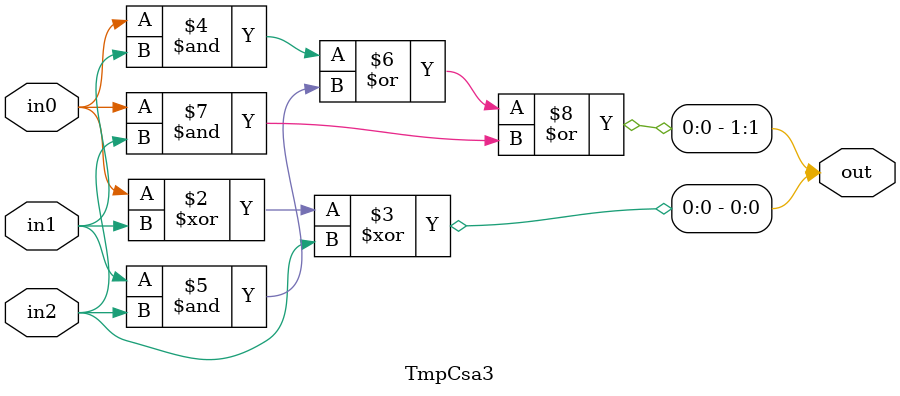
<source format=v>

module t_math_wallace_mul ( /*AUTOARG*/
   // Outputs
   product_d3,
   // Inputs
   clk, enable, negate, datA, datB
   );

   input clk;
   input enable;
   input negate;

   input [31:0] datA;
   input [31:0] datB;

   output reg [64:0] product_d3;

   wire [129:0] l1ppin00;
   wire [129:0] l1ppin01;
   wire [129:0] l1ppin02;
   wire [129:0] l1ppin03;
   wire [129:0] l1ppin04;
   wire [129:0] l1ppin05;
   wire [129:0] l1ppin06;
   wire [129:0] l1ppin07;
   wire [129:0] l1ppin08;
   wire [129:0] l1ppin09;
   wire [129:0] l1ppin10;
   wire [129:0] l1ppin11;
   wire [129:0] l1ppin12;
   wire [129:0] l1ppin13;
   wire [129:0] l1ppin14;
   wire [129:0] l1ppin15;
   wire [129:0] l1ppin16;
   wire [129:0] l1ppin17;
   wire [129:0] l1ppin18;
   wire [129:0] l1ppin19;
   wire [129:0] l1ppin20;
   wire [129:0] l1ppin21;
   wire [129:0] l1ppin22;
   wire [129:0] l1ppin23;
   wire [129:0] l1ppin24;
   wire [129:0] l1ppin25;
   wire [129:0] l1ppin26;
   wire [129:0] l1ppin27;
   wire [129:0] l1ppin28;
   wire [129:0] l1ppin29;
   wire [129:0] l1ppin30;
   wire [129:0] l1ppin31;
   wire [129:0] l1ppin32;
   wire [129:0] l1ppin33;
   
   wire [63:0]  l1sumg0;
   wire [63:0]  l1sumg1;
   wire [63:0]  l1sumg2;
   wire [63:0]  l1sumg3;
   wire [63:0]  l1carryg0;
   wire [63:0]  l1carryg1;
   wire [63:0]  l1carryg2;
   wire [63:0]  l1carryg3;
   
   wire [63:0]  l2sumg0;
   wire [63:0]  l2carryg0;
   
   wire [64:0]  l1cin0g0;
   wire [64:0]  l1cin0g1;
   wire [64:0]  l1cin0g2;
   wire [64:0]  l1cin0g3;
   
   wire [64:0]  l1cin1g0;
   wire [64:0]  l1cin1g1;
   wire [64:0]  l1cin1g2;
   wire [64:0]  l1cin1g3;
   
   wire [64:0]  l1cin2g0;
   wire [64:0]  l1cin2g1;
   wire [64:0]  l1cin2g2;
   wire [64:0]  l1cin2g3;
   
   wire [64:0]  l1cin3g0;
   wire [64:0]  l1cin3g1;
   wire [64:0]  l1cin3g2;
   
   wire [64:0]  l1cin4g0;
   wire [64:0]  l1cin4g1;
   wire [64:0]  l1cin4g2;
   
   wire [64:0]  l1cin5g0;
   wire [64:0]  l1cin5g1;
   wire [64:0]  l1cin5g2;
   
   wire [64:0]  l2cin0g0;
   wire [64:0]  l2cin1g0;
   wire [64:0]  l2cin2g0;
   wire [64:0]  l2cin3g0;
   wire [64:0]  l2cin4g0;
   wire [64:0]  l2cin5g0;
   
   reg          enable_d1;
   reg          enable_d2;
   reg          enable_d3;
   reg          negate_d1;
   reg [31:0]   datA_d1;
   reg [31:0]   datB_d1;

   always @ (posedge clk) begin
      // Initial input gater
      enable_d1 <= enable;
      if (enable) begin
         negate_d1 <= negate;
         datA_d1 <= datA;
         datB_d1 <= datB;
      end
   end

   function [4:0] booth;
      input     negatef;
      input [2:0] in;

      case (({3{negatef}} ^ in))
        3'b000:   booth = 5'b0_0001; // 0
        3'b001:   booth = 5'b0_0100; // +1x
        3'b010:   booth = 5'b0_0100; // +1x
        3'b011:   booth = 5'b1_0000; // +2x
        3'b100:   booth = 5'b0_1000; // -2x
        3'b101:   booth = 5'b0_0010; // -1x
        3'b110:   booth = 5'b0_0010; // -1x
        default:  booth = 5'b0_0001; // 0
      endcase
   endfunction

   wire [66:0]    lcl_mier = {2'b0, 32'h0, datB_d1, 1'b0};

   integer        j;

   reg [4:0]      ppsel[32:0];

   always @* begin
      for (j=0;j<65;j=j+2) begin
         ppsel[j/2] = booth(negate_d1, {lcl_mier[j+2], lcl_mier[j+1], lcl_mier[j]});
      end
   end

   TmpPpg ppgen (
                 // Inputs
                 .datA_d1 (datA_d1),
                 // Outputs
                 .pp00  (l1ppin00[129:0]),
                 .pp01  (l1ppin01[129:0]),
                 .pp02  (l1ppin02[129:0]),
                 .pp03  (l1ppin03[129:0]),
                 .pp04  (l1ppin04[129:0]),
                 .pp05  (l1ppin05[129:0]),
                 .pp06  (l1ppin06[129:0]),
                 .pp07  (l1ppin07[129:0]),
                 .pp08  (l1ppin08[129:0]),
                 .pp09  (l1ppin09[129:0]),
                 .pp10  (l1ppin10[129:0]),
                 .pp11  (l1ppin11[129:0]),
                 .pp12  (l1ppin12[129:0]),
                 .pp13  (l1ppin13[129:0]),
                 .pp14  (l1ppin14[129:0]),
                 .pp15  (l1ppin15[129:0]),
                 .pp16  (l1ppin16[129:0]),
                 .pp17  (l1ppin17[129:0]),
                 .pp18  (l1ppin18[129:0]),
                 .pp19  (l1ppin19[129:0]),
                 .pp20  (l1ppin20[129:0]),
                 .pp21  (l1ppin21[129:0]),
                 .pp22  (l1ppin22[129:0]),
                 .pp23  (l1ppin23[129:0]),
                 .pp24  (l1ppin24[129:0]),
                 .pp25  (l1ppin25[129:0]),
                 .pp26  (l1ppin26[129:0]),
                 .pp27  (l1ppin27[129:0]),
                 .pp28  (l1ppin28[129:0]),
                 .pp29  (l1ppin29[129:0]),
                 .pp30  (l1ppin30[129:0]),
                 .pp31  (l1ppin31[129:0]),
                 .pp32  (l1ppin32[129:0]),
                 .pp33  (l1ppin33[129:0]),
                 // Inputs
                 .pp00sel       (ppsel[00][4:0]),
                 .pp01sel       (ppsel[01][4:0]),
                 .pp02sel       (ppsel[02][4:0]),
                 .pp03sel       (ppsel[03][4:0]),
                 .pp04sel       (ppsel[04][4:0]),
                 .pp05sel       (ppsel[05][4:0]),
                 .pp06sel       (ppsel[06][4:0]),
                 .pp07sel       (ppsel[07][4:0]),
                 .pp08sel       (ppsel[08][4:0]),
                 .pp09sel       (ppsel[09][4:0]),
                 .pp10sel       (ppsel[10][4:0]),
                 .pp11sel       (ppsel[11][4:0]),
                 .pp12sel       (ppsel[12][4:0]),
                 .pp13sel       (ppsel[13][4:0]),
                 .pp14sel       (ppsel[14][4:0]),
                 .pp15sel       (ppsel[15][4:0]),
                 .pp16sel       (ppsel[16][4:0]),
                 .pp17sel       (ppsel[17][4:0]),
                 .pp18sel       (ppsel[18][4:0]),
                 .pp19sel       (ppsel[19][4:0]),
                 .pp20sel       (ppsel[20][4:0]),
                 .pp21sel       (ppsel[21][4:0]),
                 .pp22sel       (ppsel[22][4:0]),
                 .pp23sel       (ppsel[23][4:0]),
                 .pp24sel       (ppsel[24][4:0]),
                 .pp25sel       (ppsel[25][4:0]),
                 .pp26sel       (ppsel[26][4:0]),
                 .pp27sel       (ppsel[27][4:0]),
                 .pp28sel       (ppsel[28][4:0]),
                 .pp29sel       (ppsel[29][4:0]),
                 .pp30sel       (ppsel[30][4:0]),
                 .pp31sel       (ppsel[31][4:0]),
                 .pp32sel       (ppsel[32][4:0]));

   assign               l1cin0g0[0] = 1'b0;
   assign               l1cin0g1[0] = 1'b0;
   assign               l1cin0g2[0] = 1'b0;
   assign               l1cin0g3[0] = 1'b0;

   assign               l1cin1g0[0] = 1'b0;
   assign               l1cin1g1[0] = 1'b0;
   assign               l1cin1g2[0] = 1'b0;
   assign               l1cin1g3[0] = 1'b0;

   assign               l1cin2g0[0] = 1'b0;
   assign               l1cin2g1[0] = 1'b0;
   assign               l1cin2g2[0] = 1'b0;
   assign               l1cin2g3[0] = 1'b0;

   assign               l1cin3g0[0] = 1'b0;
   assign               l1cin3g1[0] = 1'b0;
   assign               l1cin3g2[0] = 1'b0;

   assign               l1cin4g0[0] = 1'b0;
   assign               l1cin4g1[0] = 1'b0;
   assign               l1cin4g2[0] = 1'b0;

   assign               l1cin5g0[0] = 1'b0;
   assign               l1cin5g1[0] = 1'b0;
   assign               l1cin5g2[0] = 1'b0;

   assign               l2cin0g0[0] = 1'b0;
   assign               l2cin1g0[0] = 1'b0;
   assign               l2cin2g0[0] = 1'b0;
   assign               l2cin3g0[0] = 1'b0;
   assign               l2cin4g0[0] = 1'b0;
   assign               l2cin5g0[0] = 1'b0;

   genvar               i;
   generate
      for (i = 0; i < 64; i = i+1) begin
         TmpCsa9to2 l1csag0 (
                             // Outputs
                             .cout0             (l1cin0g0[i+1]),
                             .cout1             (l1cin1g0[i+1]),
                             .cout2             (l1cin2g0[i+1]),
                             .cout3             (l1cin3g0[i+1]),
                             .cout4             (l1cin4g0[i+1]),
                             .cout5             (l1cin5g0[i+1]),
                             .carry             (l1carryg0[i]),
                             .sum               (l1sumg0[i]),
                             // Inputs
                             .in0               (l1ppin00[i]),
                             .in1               (l1ppin01[i]),
                             .in2               (l1ppin02[i]),
                             .in3               (l1ppin03[i]),
                             .in4               (l1ppin04[i]),
                             .in5               (l1ppin05[i]),
                             .in6               (l1ppin06[i]),
                             .in7               (l1ppin07[i]),
                             .in8               (l1ppin08[i]),
                             .cin0              (l1cin0g0[i]),
                             .cin1              (l1cin1g0[i]),
                             .cin2              (l1cin2g0[i]),
                             .cin3              (l1cin3g0[i]),
                             .cin4              (l1cin4g0[i]),
                             .cin5              (l1cin5g0[i]));
         
         TmpCsa9to2 l1csag1 (
                             // Outputs
                             .cout0             (l1cin0g1[i+1]),
                             .cout1             (l1cin1g1[i+1]),
                             .cout2             (l1cin2g1[i+1]),
                             .cout3             (l1cin3g1[i+1]),
                             .cout4             (l1cin4g1[i+1]),
                             .cout5             (l1cin5g1[i+1]),
                             .carry             (l1carryg1[i]),
                             .sum               (l1sumg1[i]),
                             // Inputs
                             .in0               (l1ppin09[i]),
                             .in1               (l1ppin10[i]),
                             .in2               (l1ppin11[i]),
                             .in3               (l1ppin12[i]),
                             .in4               (l1ppin13[i]),
                             .in5               (l1ppin14[i]),
                             .in6               (l1ppin15[i]),
                             .in7               (l1ppin16[i]),
                             .in8               (l1ppin17[i]),
                             .cin0              (l1cin0g1[i]),
                             .cin1              (l1cin1g1[i]),
                             .cin2              (l1cin2g1[i]),
                             .cin3              (l1cin3g1[i]),
                             .cin4              (l1cin4g1[i]),
                             .cin5              (l1cin5g1[i]));
         
         TmpCsa9to2 l1csag2 (
                             // Outputs
                             .cout0             (l1cin0g2[i+1]),
                             .cout1             (l1cin1g2[i+1]),
                             .cout2             (l1cin2g2[i+1]),
                             .cout3             (l1cin3g2[i+1]),
                             .cout4             (l1cin4g2[i+1]),
                             .cout5             (l1cin5g2[i+1]),
                             .carry             (l1carryg2[i]),
                             .sum               (l1sumg2[i]),
                             // Inputs
                             .in0               (l1ppin18[i]),
                             .in1               (l1ppin19[i]),
                             .in2               (l1ppin20[i]),
                             .in3               (l1ppin21[i]),
                             .in4               (l1ppin22[i]),
                             .in5               (l1ppin23[i]),
                             .in6               (l1ppin24[i]),
                             .in7               (l1ppin25[i]),
                             .in8               (l1ppin26[i]),
                             .cin0              (l1cin0g2[i]),
                             .cin1              (l1cin1g2[i]),
                             .cin2              (l1cin2g2[i]),
                             .cin3              (l1cin3g2[i]),
                             .cin4              (l1cin4g2[i]),
                             .cin5              (l1cin5g2[i]));
         
         TmpCsa6to2 l1csag3 (
                             // Outputs
                             .cout0             (l1cin0g3[i+1]),
                             .cout1             (l1cin1g3[i+1]),
                             .cout2             (l1cin2g3[i+1]),
                             .carry             (l1carryg3[i]),
                             .sum               (l1sumg3[i]),
                             // Inputs
                             .in0               (l1ppin27[i]),
                             .in1               (l1ppin28[i]),
                             .in2               (l1ppin29[i]),
                             .in3               (l1ppin30[i]),
                             .in4               (l1ppin31[i]),
                             .in5               (l1ppin32[i]),
                             .cin0              (l1cin0g3[i]),
                             .cin1              (l1cin1g3[i]),
                             .cin2              (l1cin2g3[i]));
      end
   endgenerate

   wire [63:0]  l2ppin00 =    l1sumg0[63:0];
   wire [63:0]  l2ppin01 = {l1carryg0[62:0], 1'b0};
   wire [63:0]  l2ppin02 =    l1sumg1[63:0];
   wire [63:0]  l2ppin03 = {l1carryg1[62:0], 1'b0};
   wire [63:0]  l2ppin04 =    l1sumg2[63:0];
   wire [63:0]  l2ppin05 = {l1carryg2[62:0], 1'b0};
   wire [63:0]  l2ppin06 =    l1sumg3[63:0];
   wire [63:0]  l2ppin07 = {l1carryg3[62:0], 1'b0};
   wire [63:0]  l2ppin08 =   l1ppin33[63:0];

   generate
      for (i = 0; i < 64; i = i+1) begin
         TmpCsa9to2 l2csag0 (
                             // Outputs
                             .cout0             (l2cin0g0[i+1]),
                             .cout1             (l2cin1g0[i+1]),
                             .cout2             (l2cin2g0[i+1]),
                             .cout3             (l2cin3g0[i+1]),
                             .cout4             (l2cin4g0[i+1]),
                             .cout5             (l2cin5g0[i+1]),
                             .carry             (l2carryg0[i]),
                             .sum               (l2sumg0[i]),
                             // Inputs
                             .in0               (l2ppin00[i]),
                             .in1               (l2ppin01[i]),
                             .in2               (l2ppin02[i]),
                             .in3               (l2ppin03[i]),
                             .in4               (l2ppin04[i]),
                             .in5               (l2ppin05[i]),
                             .in6               (l2ppin06[i]),
                             .in7               (l2ppin07[i]),
                             .in8               (l2ppin08[i]),
                             .cin0              (l2cin0g0[i]),
                             .cin1              (l2cin1g0[i]),
                             .cin2              (l2cin2g0[i]),
                             .cin3              (l2cin3g0[i]),
                             .cin4              (l2cin4g0[i]),
                             .cin5              (l2cin5g0[i]));
      end
   endgenerate

   reg [63:0] l3ppin00_d2;
   reg [63:0] l3ppin01_d2;

   always @(posedge clk) begin
      enable_d2 <= enable_d1;
      if (enable_d1) begin
         l3ppin00_d2    <= l2sumg0[63:0];
         l3ppin01_d2    <= {l2carryg0[62:0],1'b0};
      end
   end

   wire [63:0] l3carryg0_d2;
   wire [63:0] l3sumg0_d2;

   generate
      for (i = 0; i < 64; i = i+1) begin
         TmpCsa3 l3csag0 (// Outputs
                          .out                  ({l3carryg0_d2[i], l3sumg0_d2[i]}),
                          // Inputs
                          .in0                  (l3ppin00_d2[i]),
                          .in1                  (l3ppin01_d2[i]),
                          .in2                  (1'b0)
                          );
      end
   endgenerate

   wire [64:0] temp_lo_d2   = {l3sumg0_d2[63:0]} + {l3carryg0_d2[62:0], 1'b0};

   always @(posedge clk) begin
      if (enable_d2) begin
         product_d3 <= temp_lo_d2;
      end
   end

   // lint_checking URDWIR OFF
   wire        _unused_ok = |{1'b0,
                              l1carryg0,
                              l1carryg1,
                              l1carryg2,
                              l1carryg3,
                              l1cin0g0,
                              l1cin0g1,
                              l1cin0g2,
                              l1cin0g3,
                              l1cin1g0,
                              l1cin1g1,
                              l1cin1g2,
                              l1cin1g3,
                              l1cin2g0,
                              l1cin2g1,
                              l1cin2g2,
                              l1cin2g3,
                              l1cin3g0,
                              l1cin3g1,
                              l1cin3g2,
                              l1cin4g0,
                              l1cin4g1,
                              l1cin4g2,
                              l1cin5g0,
                              l1cin5g1,
                              l1cin5g2,
                              l1ppin00,
                              l1ppin01,
                              l1ppin02,
                              l1ppin03,
                              l1ppin04,
                              l1ppin05,
                              l1ppin06,
                              l1ppin07,
                              l1ppin08,
                              l1ppin09,
                              l1ppin10,
                              l1ppin11,
                              l1ppin12,
                              l1ppin13,
                              l1ppin14,
                              l1ppin15,
                              l1ppin16,
                              l1ppin17,
                              l1ppin18,
                              l1ppin19,
                              l1ppin20,
                              l1ppin21,
                              l1ppin22,
                              l1ppin23,
                              l1ppin24,
                              l1ppin25,
                              l1ppin26,
                              l1ppin27,
                              l1ppin28,
                              l1ppin29,
                              l1ppin30,
                              l1ppin31,
                              l1ppin32,
                              l1ppin33,
                              l1sumg0,
                              l1sumg1,
                              l1sumg2,
                              l1sumg3,
                              l2carryg0,
                              l2cin0g0,
                              l2cin1g0,
                              l2cin2g0,
                              l2cin3g0,
                              l2cin4g0,
                              l2cin5g0,
                              l2sumg0,
                              l3carryg0_d2[63],
                              1'b0};

   // lint_checking URDWIR ON
endmodule

// lint_checking MULTMF OFF

module TmpPpg ( /*AUTOARG*/
   // Outputs
   pp00, pp01, pp02, pp03, pp04, pp05, pp06, pp07, pp08, pp09, pp10, pp11, pp12, pp13, pp14, pp15,
   pp16, pp17, pp18, pp19, pp20, pp21, pp22, pp23, pp24, pp25, pp26, pp27, pp28, pp29, pp30, pp31,
   pp32, pp33,
   // Inputs
   datA_d1, pp00sel, pp01sel, pp02sel, pp03sel, pp04sel, pp05sel, pp06sel, pp07sel, pp08sel,
   pp09sel, pp10sel, pp11sel, pp12sel, pp13sel, pp14sel, pp15sel, pp16sel, pp17sel, pp18sel,
   pp19sel, pp20sel, pp21sel, pp22sel, pp23sel, pp24sel, pp25sel, pp26sel, pp27sel, pp28sel,
   pp29sel, pp30sel, pp31sel, pp32sel
   );

   input [31:0] datA_d1;

   input [4:0]  pp00sel;
   input [4:0]  pp01sel;
   input [4:0]  pp02sel;
   input [4:0]  pp03sel;
   input [4:0]  pp04sel;
   input [4:0]  pp05sel;
   input [4:0]  pp06sel;
   input [4:0]  pp07sel;
   input [4:0]  pp08sel;
   input [4:0]  pp09sel;
   input [4:0]  pp10sel;
   input [4:0]  pp11sel;
   input [4:0]  pp12sel;
   input [4:0]  pp13sel;
   input [4:0]  pp14sel;
   input [4:0]  pp15sel;
   input [4:0]  pp16sel;
   input [4:0]  pp17sel;
   input [4:0]  pp18sel;
   input [4:0]  pp19sel;
   input [4:0]  pp20sel;
   input [4:0]  pp21sel;
   input [4:0]  pp22sel;
   input [4:0]  pp23sel;
   input [4:0]  pp24sel;
   input [4:0]  pp25sel;
   input [4:0]  pp26sel;
   input [4:0]  pp27sel;
   input [4:0]  pp28sel;
   input [4:0]  pp29sel;
   input [4:0]  pp30sel;
   input [4:0]  pp31sel;
   input [4:0]  pp32sel;

   output [129:0] pp00;
   output [129:0] pp01;
   output [129:0] pp02;
   output [129:0] pp03;
   output [129:0] pp04;
   output [129:0] pp05;
   output [129:0] pp06;
   output [129:0] pp07;
   output [129:0] pp08;
   output [129:0] pp09;
   output [129:0] pp10;
   output [129:0] pp11;
   output [129:0] pp12;
   output [129:0] pp13;
   output [129:0] pp14;
   output [129:0] pp15;
   output [129:0] pp16;
   output [129:0] pp17;
   output [129:0] pp18;
   output [129:0] pp19;
   output [129:0] pp20;
   output [129:0] pp21;
   output [129:0] pp22;
   output [129:0] pp23;
   output [129:0] pp24;
   output [129:0] pp25;
   output [129:0] pp26;
   output [129:0] pp27;
   output [129:0] pp28;
   output [129:0] pp29;
   output [129:0] pp30;
   output [129:0] pp31;
   output [129:0] pp32;
   output [129:0] pp33;

   function [65:0] boothmux;
      input [4:0] mxsel;
      input [65:0] mpcnd;
      case (mxsel)
        5'b0_0001: boothmux =  66'h0;
        5'b0_0010: boothmux = ~mpcnd;                   // -1x
        5'b0_0100: boothmux =  mpcnd;                   // +1x
        5'b0_1000: boothmux = ~{mpcnd[64:0],1'b0};      // -2x
        5'b1_0000: boothmux =  {mpcnd[64:0],1'b0};      // +2x
        default:   boothmux =  66'h0;                   // CANNOT_HIT
      endcase
   endfunction

   function rowcin;
      input [4:0] mxsel;
      case (mxsel)
        5'b0_0001: rowcin = 1'b0;
        5'b0_0010: rowcin = 1'b1;                       // -1x
        5'b0_0100: rowcin = 1'b0;                       // +1x
        5'b0_1000: rowcin = 1'b1;                       // -2x
        5'b1_0000: rowcin = 1'b0;                       // +2x
        default:   rowcin = 1'b0;                       // CANNOT_HIT
      endcase
   endfunction

   wire [65:0]    lcl_mand = {2'b0, 32'h0, datA_d1};

   wire [2*32+1:2*00]   temp_pp00;
   wire [2*33+1:2*01]   temp_pp01;
   wire [2*34+1:2*02]   temp_pp02;
   wire [2*35+1:2*03]   temp_pp03;
   wire [2*36+1:2*04]   temp_pp04;
   wire [2*37+1:2*05]   temp_pp05;
   wire [2*38+1:2*06]   temp_pp06;
   wire [2*39+1:2*07]   temp_pp07;
   wire [2*40+1:2*08]   temp_pp08;
   wire [2*41+1:2*09]   temp_pp09;
   wire [2*42+1:2*10]   temp_pp10;
   wire [2*43+1:2*11]   temp_pp11;
   wire [2*44+1:2*12]   temp_pp12;
   wire [2*45+1:2*13]   temp_pp13;
   wire [2*46+1:2*14]   temp_pp14;
   wire [2*47+1:2*15]   temp_pp15;
   wire [2*48+1:2*16]   temp_pp16;
   wire [2*49+1:2*17]   temp_pp17;
   wire [2*50+1:2*18]   temp_pp18;
   wire [2*51+1:2*19]   temp_pp19;
   wire [2*52+1:2*20]   temp_pp20;
   wire [2*53+1:2*21]   temp_pp21;
   wire [2*54+1:2*22]   temp_pp22;
   wire [2*55+1:2*23]   temp_pp23;
   wire [2*56+1:2*24]   temp_pp24;
   wire [2*57+1:2*25]   temp_pp25;
   wire [2*58+1:2*26]   temp_pp26;
   wire [2*59+1:2*27]   temp_pp27;
   wire [2*60+1:2*28]   temp_pp28;
   wire [2*61+1:2*29]   temp_pp29;
   wire [2*62+1:2*30]   temp_pp30;
   wire [2*63+1:2*31]   temp_pp31;
   wire [2*64+1:2*32]   temp_pp32;

   assign       temp_pp00       = boothmux(pp00sel, lcl_mand);
   assign       temp_pp01       = boothmux(pp01sel, lcl_mand);
   assign       temp_pp02       = boothmux(pp02sel, lcl_mand);
   assign       temp_pp03       = boothmux(pp03sel, lcl_mand);
   assign       temp_pp04       = boothmux(pp04sel, lcl_mand);
   assign       temp_pp05       = boothmux(pp05sel, lcl_mand);
   assign       temp_pp06       = boothmux(pp06sel, lcl_mand);
   assign       temp_pp07       = boothmux(pp07sel, lcl_mand);
   assign       temp_pp08       = boothmux(pp08sel, lcl_mand);
   assign       temp_pp09       = boothmux(pp09sel, lcl_mand);
   assign       temp_pp10       = boothmux(pp10sel, lcl_mand);
   assign       temp_pp11       = boothmux(pp11sel, lcl_mand);
   assign       temp_pp12       = boothmux(pp12sel, lcl_mand);
   assign       temp_pp13       = boothmux(pp13sel, lcl_mand);
   assign       temp_pp14       = boothmux(pp14sel, lcl_mand);
   assign       temp_pp15       = boothmux(pp15sel, lcl_mand);
   assign       temp_pp16       = boothmux(pp16sel, lcl_mand);
   assign       temp_pp17       = boothmux(pp17sel, lcl_mand);
   assign       temp_pp18       = boothmux(pp18sel, lcl_mand);
   assign       temp_pp19       = boothmux(pp19sel, lcl_mand);
   assign       temp_pp20       = boothmux(pp20sel, lcl_mand);
   assign       temp_pp21       = boothmux(pp21sel, lcl_mand);
   assign       temp_pp22       = boothmux(pp22sel, lcl_mand);
   assign       temp_pp23       = boothmux(pp23sel, lcl_mand);
   assign       temp_pp24       = boothmux(pp24sel, lcl_mand);
   assign       temp_pp25       = boothmux(pp25sel, lcl_mand);
   assign       temp_pp26       = boothmux(pp26sel, lcl_mand);
   assign       temp_pp27       = boothmux(pp27sel, lcl_mand);
   assign       temp_pp28       = boothmux(pp28sel, lcl_mand);
   assign       temp_pp29       = boothmux(pp29sel, lcl_mand);
   assign       temp_pp30       = boothmux(pp30sel, lcl_mand);
   assign       temp_pp31       = boothmux(pp31sel, lcl_mand);
   assign       temp_pp32       = boothmux(pp32sel, lcl_mand);

   assign       pp00[2*32+1+3:2*00]     = {~temp_pp00[2*32+1], temp_pp00[2*32+1],  temp_pp00[2*32+1], temp_pp00[2*32+1:2*00]};
   assign       pp01[2*33+1+2:2*01]     = {                                       1'b1, ~temp_pp01[2*33+1], temp_pp01[2*33+1:2*01]};
   assign       pp02[2*34+1+2:2*02]     = {                                       1'b1, ~temp_pp02[2*34+1], temp_pp02[2*34+1:2*02]};
   assign       pp03[2*35+1+2:2*03]     = {                                       1'b1, ~temp_pp03[2*35+1], temp_pp03[2*35+1:2*03]};
   assign       pp04[2*36+1+2:2*04]     = {                                       1'b1, ~temp_pp04[2*36+1], temp_pp04[2*36+1:2*04]};
   assign       pp05[2*37+1+2:2*05]     = {                                       1'b1, ~temp_pp05[2*37+1], temp_pp05[2*37+1:2*05]};
   assign       pp06[2*38+1+2:2*06]     = {                                       1'b1, ~temp_pp06[2*38+1], temp_pp06[2*38+1:2*06]};
   assign       pp07[2*39+1+2:2*07]     = {                                       1'b1, ~temp_pp07[2*39+1], temp_pp07[2*39+1:2*07]};
   assign       pp08[2*40+1+2:2*08]     = {                                       1'b1, ~temp_pp08[2*40+1], temp_pp08[2*40+1:2*08]};
   assign       pp09[2*41+1+2:2*09]     = {                                       1'b1, ~temp_pp09[2*41+1], temp_pp09[2*41+1:2*09]};
   assign       pp10[2*42+1+2:2*10]     = {                                       1'b1, ~temp_pp10[2*42+1], temp_pp10[2*42+1:2*10]};
   assign       pp11[2*43+1+2:2*11]     = {                                       1'b1, ~temp_pp11[2*43+1], temp_pp11[2*43+1:2*11]};
   assign       pp12[2*44+1+2:2*12]     = {                                       1'b1, ~temp_pp12[2*44+1], temp_pp12[2*44+1:2*12]};
   assign       pp13[2*45+1+2:2*13]     = {                                       1'b1, ~temp_pp13[2*45+1], temp_pp13[2*45+1:2*13]};
   assign       pp14[2*46+1+2:2*14]     = {                                       1'b1, ~temp_pp14[2*46+1], temp_pp14[2*46+1:2*14]};
   assign       pp15[2*47+1+2:2*15]     = {                                       1'b1, ~temp_pp15[2*47+1], temp_pp15[2*47+1:2*15]};
   assign       pp16[2*48+1+2:2*16]     = {                                       1'b1, ~temp_pp16[2*48+1], temp_pp16[2*48+1:2*16]};
   assign       pp17[2*49+1+2:2*17]     = {                                       1'b1, ~temp_pp17[2*49+1], temp_pp17[2*49+1:2*17]};
   assign       pp18[2*50+1+2:2*18]     = {                                       1'b1, ~temp_pp18[2*50+1], temp_pp18[2*50+1:2*18]};
   assign       pp19[2*51+1+2:2*19]     = {                                       1'b1, ~temp_pp19[2*51+1], temp_pp19[2*51+1:2*19]};
   assign       pp20[2*52+1+2:2*20]     = {                                       1'b1, ~temp_pp20[2*52+1], temp_pp20[2*52+1:2*20]};
   assign       pp21[2*53+1+2:2*21]     = {                                       1'b1, ~temp_pp21[2*53+1], temp_pp21[2*53+1:2*21]};
   assign       pp22[2*54+1+2:2*22]     = {                                       1'b1, ~temp_pp22[2*54+1], temp_pp22[2*54+1:2*22]};
   assign       pp23[2*55+1+2:2*23]     = {                                       1'b1, ~temp_pp23[2*55+1], temp_pp23[2*55+1:2*23]};
   assign       pp24[2*56+1+2:2*24]     = {                                       1'b1, ~temp_pp24[2*56+1], temp_pp24[2*56+1:2*24]};
   assign       pp25[2*57+1+2:2*25]     = {                                       1'b1, ~temp_pp25[2*57+1], temp_pp25[2*57+1:2*25]};
   assign       pp26[2*58+1+2:2*26]     = {                                       1'b1, ~temp_pp26[2*58+1], temp_pp26[2*58+1:2*26]};
   assign       pp27[2*59+1+2:2*27]     = {                                       1'b1, ~temp_pp27[2*59+1], temp_pp27[2*59+1:2*27]};
   assign       pp28[2*60+1+2:2*28]     = {                                       1'b1, ~temp_pp28[2*60+1], temp_pp28[2*60+1:2*28]};
   assign       pp29[2*61+1+2:2*29]     = {                                       1'b1, ~temp_pp29[2*61+1], temp_pp29[2*61+1:2*29]};
   assign       pp30[2*62+1+2:2*30]     = {                                       1'b1, ~temp_pp30[2*62+1], temp_pp30[2*62+1:2*30]};
   assign       pp31[2*63+1+2:2*31]     = {                                       1'b1, ~temp_pp31[2*63+1], temp_pp31[2*63+1:2*31]};
   assign       pp32[2*63+1+2:2*32]     =                                                                   temp_pp32[2*64+1:2*32] ;
   assign       pp33[2*63+1+2:2*33]     =                                                                                          64'b0 ;

   assign       pp00[2*64+1:2*32+1+4] = {((2*64+1)-(2*32+1+4)+1){1'b0}};
   assign       pp01[2*64+1:2*33+1+3] = {((2*64+1)-(2*33+1+3)+1){1'b0}};
   assign       pp02[2*64+1:2*34+1+3] = {((2*64+1)-(2*34+1+3)+1){1'b0}};
   assign       pp03[2*64+1:2*35+1+3] = {((2*64+1)-(2*35+1+3)+1){1'b0}};
   assign       pp04[2*64+1:2*36+1+3] = {((2*64+1)-(2*36+1+3)+1){1'b0}};
   assign       pp05[2*64+1:2*37+1+3] = {((2*64+1)-(2*37+1+3)+1){1'b0}};
   assign       pp06[2*64+1:2*38+1+3] = {((2*64+1)-(2*38+1+3)+1){1'b0}};
   assign       pp07[2*64+1:2*39+1+3] = {((2*64+1)-(2*39+1+3)+1){1'b0}};
   assign       pp08[2*64+1:2*40+1+3] = {((2*64+1)-(2*40+1+3)+1){1'b0}};
   assign       pp09[2*64+1:2*41+1+3] = {((2*64+1)-(2*41+1+3)+1){1'b0}};
   assign       pp10[2*64+1:2*42+1+3] = {((2*64+1)-(2*42+1+3)+1){1'b0}};
   assign       pp11[2*64+1:2*43+1+3] = {((2*64+1)-(2*43+1+3)+1){1'b0}};
   assign       pp12[2*64+1:2*44+1+3] = {((2*64+1)-(2*44+1+3)+1){1'b0}};
   assign       pp13[2*64+1:2*45+1+3] = {((2*64+1)-(2*45+1+3)+1){1'b0}};
   assign       pp14[2*64+1:2*46+1+3] = {((2*64+1)-(2*46+1+3)+1){1'b0}};
   assign       pp15[2*64+1:2*47+1+3] = {((2*64+1)-(2*47+1+3)+1){1'b0}};
   assign       pp16[2*64+1:2*48+1+3] = {((2*64+1)-(2*48+1+3)+1){1'b0}};
   assign       pp17[2*64+1:2*49+1+3] = {((2*64+1)-(2*49+1+3)+1){1'b0}};
   assign       pp18[2*64+1:2*50+1+3] = {((2*64+1)-(2*50+1+3)+1){1'b0}};
   assign       pp19[2*64+1:2*51+1+3] = {((2*64+1)-(2*51+1+3)+1){1'b0}};
   assign       pp20[2*64+1:2*52+1+3] = {((2*64+1)-(2*52+1+3)+1){1'b0}};
   assign       pp21[2*64+1:2*53+1+3] = {((2*64+1)-(2*53+1+3)+1){1'b0}};
   assign       pp22[2*64+1:2*54+1+3] = {((2*64+1)-(2*54+1+3)+1){1'b0}};
   assign       pp23[2*64+1:2*55+1+3] = {((2*64+1)-(2*55+1+3)+1){1'b0}};
   assign       pp24[2*64+1:2*56+1+3] = {((2*64+1)-(2*56+1+3)+1){1'b0}};
   assign       pp25[2*64+1:2*57+1+3] = {((2*64+1)-(2*57+1+3)+1){1'b0}};
   assign       pp26[2*64+1:2*58+1+3] = {((2*64+1)-(2*58+1+3)+1){1'b0}};
   assign       pp27[2*64+1:2*59+1+3] = {((2*64+1)-(2*59+1+3)+1){1'b0}};
   assign       pp28[2*64+1:2*60+1+3] = {((2*64+1)-(2*60+1+3)+1){1'b0}};
   assign       pp29[2*64+1:2*61+1+3] = {((2*64+1)-(2*61+1+3)+1){1'b0}};
   assign       pp30[2*64+1:2*62+1+3] = {((2*64+1)-(2*62+1+3)+1){1'b0}};

   assign       pp01[2*00+1:2*00]               = {1'b0, rowcin(pp00sel)};
   assign       pp02[2*01+1:2*01]               = {1'b0, rowcin(pp01sel)};
   assign       pp03[2*02+1:2*02]               = {1'b0, rowcin(pp02sel)};
   assign       pp04[2*03+1:2*03]               = {1'b0, rowcin(pp03sel)};
   assign       pp05[2*04+1:2*04]               = {1'b0, rowcin(pp04sel)};
   assign       pp06[2*05+1:2*05]               = {1'b0, rowcin(pp05sel)};
   assign       pp07[2*06+1:2*06]               = {1'b0, rowcin(pp06sel)};
   assign       pp08[2*07+1:2*07]               = {1'b0, rowcin(pp07sel)};
   assign       pp09[2*08+1:2*08]               = {1'b0, rowcin(pp08sel)};
   assign       pp10[2*09+1:2*09]               = {1'b0, rowcin(pp09sel)};
   assign       pp11[2*10+1:2*10]               = {1'b0, rowcin(pp10sel)};
   assign       pp12[2*11+1:2*11]               = {1'b0, rowcin(pp11sel)};
   assign       pp13[2*12+1:2*12]               = {1'b0, rowcin(pp12sel)};
   assign       pp14[2*13+1:2*13]               = {1'b0, rowcin(pp13sel)};
   assign       pp15[2*14+1:2*14]               = {1'b0, rowcin(pp14sel)};
   assign       pp16[2*15+1:2*15]               = {1'b0, rowcin(pp15sel)};
   assign       pp17[2*16+1:2*16]               = {1'b0, rowcin(pp16sel)};
   assign       pp18[2*17+1:2*17]               = {1'b0, rowcin(pp17sel)};
   assign       pp19[2*18+1:2*18]               = {1'b0, rowcin(pp18sel)};
   assign       pp20[2*19+1:2*19]               = {1'b0, rowcin(pp19sel)};
   assign       pp21[2*20+1:2*20]               = {1'b0, rowcin(pp20sel)};
   assign       pp22[2*21+1:2*21]               = {1'b0, rowcin(pp21sel)};
   assign       pp23[2*22+1:2*22]               = {1'b0, rowcin(pp22sel)};
   assign       pp24[2*23+1:2*23]               = {1'b0, rowcin(pp23sel)};
   assign       pp25[2*24+1:2*24]               = {1'b0, rowcin(pp24sel)};
   assign       pp26[2*25+1:2*25]               = {1'b0, rowcin(pp25sel)};
   assign       pp27[2*26+1:2*26]               = {1'b0, rowcin(pp26sel)};
   assign       pp28[2*27+1:2*27]               = {1'b0, rowcin(pp27sel)};
   assign       pp29[2*28+1:2*28]               = {1'b0, rowcin(pp28sel)};
   assign       pp30[2*29+1:2*29]               = {1'b0, rowcin(pp29sel)};
   assign       pp31[2*30+1:2*30]               = {1'b0, rowcin(pp30sel)};
   assign       pp32[2*31+1:2*31]               = {1'b0, rowcin(pp31sel)};
   assign       pp33[2*32+1:2*32]               = {1'b0, rowcin(pp32sel)};

   assign       pp02[2*01-1:0]          = {(2*01-1-0+1){1'b0}};
   assign       pp03[2*02-1:0]          = {(2*02-1-0+1){1'b0}};
   assign       pp04[2*03-1:0]          = {(2*03-1-0+1){1'b0}};
   assign       pp05[2*04-1:0]          = {(2*04-1-0+1){1'b0}};
   assign       pp06[2*05-1:0]          = {(2*05-1-0+1){1'b0}};
   assign       pp07[2*06-1:0]          = {(2*06-1-0+1){1'b0}};
   assign       pp08[2*07-1:0]          = {(2*07-1-0+1){1'b0}};
   assign       pp09[2*08-1:0]          = {(2*08-1-0+1){1'b0}};
   assign       pp10[2*09-1:0]          = {(2*09-1-0+1){1'b0}};
   assign       pp11[2*10-1:0]          = {(2*10-1-0+1){1'b0}};
   assign       pp12[2*11-1:0]          = {(2*11-1-0+1){1'b0}};
   assign       pp13[2*12-1:0]          = {(2*12-1-0+1){1'b0}};
   assign       pp14[2*13-1:0]          = {(2*13-1-0+1){1'b0}};
   assign       pp15[2*14-1:0]          = {(2*14-1-0+1){1'b0}};
   assign       pp16[2*15-1:0]          = {(2*15-1-0+1){1'b0}};
   assign       pp17[2*16-1:0]          = {(2*16-1-0+1){1'b0}};
   assign       pp18[2*17-1:0]          = {(2*17-1-0+1){1'b0}};
   assign       pp19[2*18-1:0]          = {(2*18-1-0+1){1'b0}};
   assign       pp20[2*19-1:0]          = {(2*19-1-0+1){1'b0}};
   assign       pp21[2*20-1:0]          = {(2*20-1-0+1){1'b0}};
   assign       pp22[2*21-1:0]          = {(2*21-1-0+1){1'b0}};
   assign       pp23[2*22-1:0]          = {(2*22-1-0+1){1'b0}};
   assign       pp24[2*23-1:0]          = {(2*23-1-0+1){1'b0}};
   assign       pp25[2*24-1:0]          = {(2*24-1-0+1){1'b0}};
   assign       pp26[2*25-1:0]          = {(2*25-1-0+1){1'b0}};
   assign       pp27[2*26-1:0]          = {(2*26-1-0+1){1'b0}};
   assign       pp28[2*27-1:0]          = {(2*27-1-0+1){1'b0}};
   assign       pp29[2*28-1:0]          = {(2*28-1-0+1){1'b0}};
   assign       pp30[2*29-1:0]          = {(2*29-1-0+1){1'b0}};
   assign       pp31[2*30-1:0]          = {(2*30-1-0+1){1'b0}};
   assign       pp32[2*31-1:0]          = {(2*31-1-0+1){1'b0}};
   assign       pp33[2*32-1:0]          = {(2*32-1-0+1){1'b0}};

endmodule

module TmpCsa9to2 (/*AUTOARG*/
   // Outputs
   cout0, cout1, cout2, cout3, cout4, cout5, carry, sum,
   // Inputs
   in0, in1, in2, in3, in4, in5, in6, in7, in8, cin0, cin1, cin2, cin3, cin4, cin5
   );

   input in0;
   input in1;
   input in2;
   input in3;
   input in4;
   input in5;
   input in6;
   input in7;
   input in8;
   input cin0;
   input cin1;
   input cin2;
   input cin3;
   input cin4;
   input cin5;

   output cout0;
   output cout1;
   output cout2;
   output cout3;
   output cout4;
   output cout5;
   output carry;
   output sum;

   /*AUTOWIRE*/
   // Beginning of automatic wires (for undeclared instantiated-module outputs)
   wire                 sumi0;                  // From csa0 of TmpCsa3.v, ...
   wire                 sumi1;                  // From csa1 of TmpCsa3.v, ...
   wire                 sumi2;                  // From csa3 of TmpCsa3.v, ...
   // End of automatics

   TmpCsa3 csa0 (// Outputs
                 .out           ({cout0, sumi0}),
                 /*AUTOINST*/
                 // Inputs
                 .in0                   (in0),
                 .in1                   (in1),
                 .in2                   (in2));

   TmpCsa3 csa1 (// Outputs
                 .out                   ({cout1, sumi1}),
                 // Inputs
                 .in0                   (in3),
                 .in1                   (in4),
                 .in2                   (in5)
                 /*AUTOINST*/);

   TmpCsa3 csa3 (// Outputs
                 .out                   ({cout2, sumi2}),
                 // Inputs
                 .in0                   (in6),
                 .in1                   (in7),
                 .in2                   (in8)
                 /*AUTOINST*/);

   TmpCsa6to2 csa4 (// Inputs
                    .in0                (sumi0),
                    .in1                (sumi1),
                    .in2                (sumi2),
                    .in3                (cin0),
                    .in4                (cin1),
                    .in5                (cin2),
                    .cin0               (cin3),
                    .cin1               (cin4),
                    .cin2               (cin5),
                    // Outputs
                    .cout0              (cout3),
                    .cout1              (cout4),
                    .cout2              (cout5),
                    /*AUTOINST*/
                    // Outputs
                    .carry              (carry),
                    .sum                (sum));

endmodule

module TmpCsa6to2 (/*AUTOARG*/
   // Outputs
   cout0, cout1, cout2, carry, sum,
   // Inputs
   in0, in1, in2, in3, in4, in5, cin0, cin1, cin2
   );

   input in0;
   input in1;
   input in2;
   input in3;
   input in4;
   input in5;
   input cin0;
   input cin1;
   input cin2;

   output cout0;
   output cout1;
   output cout2;
   output carry;
   output sum;

   /*AUTOWIRE*/
   // Beginning of automatic wires (for undeclared instantiated-module outputs)
   wire                 sumi0;                  // From csa0 of TmpCsa3.v, ...
   wire                 sumi1;                  // From csa1 of TmpCsa3.v, ...
   // End of automatics

   TmpCsa3 csa0 (// Outputs
                 .out           ({cout0, sumi0}),
                 /*AUTOINST*/
                 // Inputs
                 .in0                   (in0),
                 .in1                   (in1),
                 .in2                   (in2));

   TmpCsa3 csa1 (// Outputs
                 .out                   ({cout1, sumi1}),
                 // Inputs
                 .in0                   (in3),
                 .in1                   (in4),
                 .in2                   (in5)
                 /*AUTOINST*/);

   TmpCsa4to2 csa3 (// Inputs
                    .in0                (sumi0),
                    .in1                (sumi1),
                    .in2                (cin0),
                    .in3                (cin1),
                    .cin                (cin2),
                    // Outputs
                    .cout               (cout2),
                    /*AUTOINST*/
                    // Outputs
                    .carry              (carry),
                    .sum                (sum));

endmodule

module TmpCsa4to2 (/*AUTOARG*/
   // Outputs
   cout, carry, sum,
   // Inputs
   in0, in1, in2, in3, cin
   );

   input in0;
   input in1;
   input in2;
   input in3;
   input cin;

   output cout;
   output carry;
   output wire sum;
   wire        sumi;

   TmpCsa3 csa0 (// Outputs
                 .out                   ({cout, sumi}),
                 // Inputs
                 .in0                   (in0),
                 .in1                   (in1),
                 .in2                   (in2));

   TmpCsa3 csa1 (// Outputs
                 .out                   ({carry, sum}),
                 // Inputs
                 .in0                   (in3),
                 .in1                   (sumi),
                 .in2                   (cin));

endmodule

module TmpCsa3 (/*AUTOARG*/
   // Outputs
   out,
   // Inputs
   in0, in1, in2
   );
   input in0;
   input in1;
   input in2;
   output [1:0] out;
   assign       out[0] = in0 ^ in1 ^ in2;
   assign       out[1] = (in0 & in1) |
                         (in1 & in2) |
                         (in0 & in2);
endmodule

// Local Variables:
// compile-command: "vlint --brief --nowarn=MULTMF,MODLNM t_math_wallace_mul.v"
// End:

</source>
